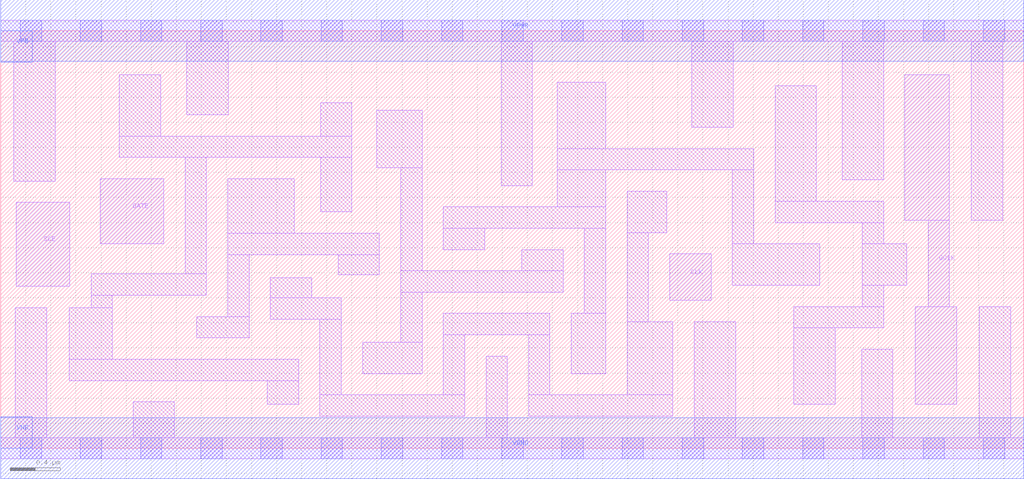
<source format=lef>
# Copyright 2020 The SkyWater PDK Authors
#
# Licensed under the Apache License, Version 2.0 (the "License");
# you may not use this file except in compliance with the License.
# You may obtain a copy of the License at
#
#     https://www.apache.org/licenses/LICENSE-2.0
#
# Unless required by applicable law or agreed to in writing, software
# distributed under the License is distributed on an "AS IS" BASIS,
# WITHOUT WARRANTIES OR CONDITIONS OF ANY KIND, either express or implied.
# See the License for the specific language governing permissions and
# limitations under the License.
#
# SPDX-License-Identifier: Apache-2.0

VERSION 5.5 ;
NAMESCASESENSITIVE ON ;
BUSBITCHARS "[]" ;
DIVIDERCHAR "/" ;
MACRO sky130_fd_sc_hs__sdlclkp_2
  CLASS CORE ;
  SOURCE USER ;
  ORIGIN  0.000000  0.000000 ;
  SIZE  8.160000 BY  3.330000 ;
  SYMMETRY X Y ;
  SITE unit ;
  PIN GATE
    ANTENNAGATEAREA  0.208000 ;
    DIRECTION INPUT ;
    USE SIGNAL ;
    PORT
      LAYER li1 ;
        RECT 0.795000 1.630000 1.300000 2.150000 ;
    END
  END GATE
  PIN GCLK
    ANTENNADIFFAREA  0.543200 ;
    DIRECTION OUTPUT ;
    USE SIGNAL ;
    PORT
      LAYER li1 ;
        RECT 7.210000 1.820000 7.565000 2.980000 ;
        RECT 7.295000 0.350000 7.625000 1.130000 ;
        RECT 7.395000 1.130000 7.565000 1.820000 ;
    END
  END GCLK
  PIN SCE
    ANTENNAGATEAREA  0.208000 ;
    DIRECTION INPUT ;
    USE SIGNAL ;
    PORT
      LAYER li1 ;
        RECT 0.125000 1.290000 0.550000 1.960000 ;
    END
  END SCE
  PIN CLK
    ANTENNAGATEAREA  0.498000 ;
    DIRECTION INPUT ;
    USE CLOCK ;
    PORT
      LAYER li1 ;
        RECT 5.335000 1.180000 5.665000 1.550000 ;
    END
  END CLK
  PIN VGND
    DIRECTION INOUT ;
    USE GROUND ;
    PORT
      LAYER met1 ;
        RECT 0.000000 -0.245000 8.160000 0.245000 ;
    END
  END VGND
  PIN VNB
    DIRECTION INOUT ;
    USE GROUND ;
    PORT
    END
  END VNB
  PIN VPB
    DIRECTION INOUT ;
    USE POWER ;
    PORT
    END
  END VPB
  PIN VNB
    DIRECTION INOUT ;
    USE GROUND ;
    PORT
      LAYER met1 ;
        RECT 0.000000 0.000000 0.250000 0.250000 ;
    END
  END VNB
  PIN VPB
    DIRECTION INOUT ;
    USE POWER ;
    PORT
      LAYER met1 ;
        RECT 0.000000 3.080000 0.250000 3.330000 ;
    END
  END VPB
  PIN VPWR
    DIRECTION INOUT ;
    USE POWER ;
    PORT
      LAYER met1 ;
        RECT 0.000000 3.085000 8.160000 3.575000 ;
    END
  END VPWR
  OBS
    LAYER li1 ;
      RECT 0.000000 -0.085000 8.160000 0.085000 ;
      RECT 0.000000  3.245000 8.160000 3.415000 ;
      RECT 0.105000  2.130000 0.435000 3.245000 ;
      RECT 0.115000  0.085000 0.365000 1.120000 ;
      RECT 0.545000  0.540000 2.375000 0.710000 ;
      RECT 0.545000  0.710000 0.890000 1.120000 ;
      RECT 0.720000  1.120000 0.890000 1.220000 ;
      RECT 0.720000  1.220000 1.640000 1.390000 ;
      RECT 0.945000  2.320000 2.800000 2.490000 ;
      RECT 0.945000  2.490000 1.275000 2.980000 ;
      RECT 1.055000  0.085000 1.385000 0.370000 ;
      RECT 1.470000  1.390000 1.640000 2.320000 ;
      RECT 1.485000  2.660000 1.815000 3.245000 ;
      RECT 1.565000  0.880000 1.980000 1.050000 ;
      RECT 1.810000  1.050000 1.980000 1.545000 ;
      RECT 1.810000  1.545000 3.020000 1.715000 ;
      RECT 1.810000  1.715000 2.340000 2.150000 ;
      RECT 2.125000  0.350000 2.375000 0.540000 ;
      RECT 2.150000  1.030000 2.715000 1.200000 ;
      RECT 2.150000  1.200000 2.480000 1.360000 ;
      RECT 2.545000  0.255000 3.700000 0.425000 ;
      RECT 2.545000  0.425000 2.715000 1.030000 ;
      RECT 2.550000  1.885000 2.800000 2.320000 ;
      RECT 2.550000  2.490000 2.800000 2.755000 ;
      RECT 2.690000  1.385000 3.020000 1.545000 ;
      RECT 2.885000  0.595000 3.360000 0.845000 ;
      RECT 3.000000  2.235000 3.360000 2.695000 ;
      RECT 3.190000  0.845000 3.360000 1.245000 ;
      RECT 3.190000  1.245000 4.485000 1.415000 ;
      RECT 3.190000  1.415000 3.360000 2.235000 ;
      RECT 3.530000  0.425000 3.700000 0.905000 ;
      RECT 3.530000  0.905000 4.380000 1.075000 ;
      RECT 3.530000  1.585000 3.860000 1.755000 ;
      RECT 3.530000  1.755000 4.825000 1.925000 ;
      RECT 3.870000  0.085000 4.040000 0.735000 ;
      RECT 3.990000  2.095000 4.240000 3.245000 ;
      RECT 4.155000  1.415000 4.485000 1.585000 ;
      RECT 4.210000  0.255000 5.360000 0.425000 ;
      RECT 4.210000  0.425000 4.380000 0.905000 ;
      RECT 4.440000  1.925000 4.825000 2.220000 ;
      RECT 4.440000  2.220000 6.005000 2.390000 ;
      RECT 4.440000  2.390000 4.825000 2.920000 ;
      RECT 4.550000  0.595000 4.825000 1.075000 ;
      RECT 4.655000  1.075000 4.825000 1.755000 ;
      RECT 4.995000  0.425000 5.360000 1.010000 ;
      RECT 4.995000  1.010000 5.165000 1.720000 ;
      RECT 4.995000  1.720000 5.310000 2.050000 ;
      RECT 5.510000  2.560000 5.840000 3.245000 ;
      RECT 5.530000  0.085000 5.860000 1.010000 ;
      RECT 5.835000  1.300000 6.530000 1.630000 ;
      RECT 5.835000  1.630000 6.005000 2.220000 ;
      RECT 6.175000  1.800000 7.040000 1.970000 ;
      RECT 6.175000  1.970000 6.505000 2.890000 ;
      RECT 6.325000  0.350000 6.655000 0.960000 ;
      RECT 6.325000  0.960000 7.040000 1.130000 ;
      RECT 6.710000  2.140000 7.040000 3.245000 ;
      RECT 6.865000  0.085000 7.115000 0.790000 ;
      RECT 6.870000  1.130000 7.040000 1.300000 ;
      RECT 6.870000  1.300000 7.225000 1.630000 ;
      RECT 6.870000  1.630000 7.040000 1.800000 ;
      RECT 7.740000  1.820000 7.990000 3.245000 ;
      RECT 7.805000  0.085000 8.055000 1.130000 ;
    LAYER mcon ;
      RECT 0.155000 -0.085000 0.325000 0.085000 ;
      RECT 0.155000  3.245000 0.325000 3.415000 ;
      RECT 0.635000 -0.085000 0.805000 0.085000 ;
      RECT 0.635000  3.245000 0.805000 3.415000 ;
      RECT 1.115000 -0.085000 1.285000 0.085000 ;
      RECT 1.115000  3.245000 1.285000 3.415000 ;
      RECT 1.595000 -0.085000 1.765000 0.085000 ;
      RECT 1.595000  3.245000 1.765000 3.415000 ;
      RECT 2.075000 -0.085000 2.245000 0.085000 ;
      RECT 2.075000  3.245000 2.245000 3.415000 ;
      RECT 2.555000 -0.085000 2.725000 0.085000 ;
      RECT 2.555000  3.245000 2.725000 3.415000 ;
      RECT 3.035000 -0.085000 3.205000 0.085000 ;
      RECT 3.035000  3.245000 3.205000 3.415000 ;
      RECT 3.515000 -0.085000 3.685000 0.085000 ;
      RECT 3.515000  3.245000 3.685000 3.415000 ;
      RECT 3.995000 -0.085000 4.165000 0.085000 ;
      RECT 3.995000  3.245000 4.165000 3.415000 ;
      RECT 4.475000 -0.085000 4.645000 0.085000 ;
      RECT 4.475000  3.245000 4.645000 3.415000 ;
      RECT 4.955000 -0.085000 5.125000 0.085000 ;
      RECT 4.955000  3.245000 5.125000 3.415000 ;
      RECT 5.435000 -0.085000 5.605000 0.085000 ;
      RECT 5.435000  3.245000 5.605000 3.415000 ;
      RECT 5.915000 -0.085000 6.085000 0.085000 ;
      RECT 5.915000  3.245000 6.085000 3.415000 ;
      RECT 6.395000 -0.085000 6.565000 0.085000 ;
      RECT 6.395000  3.245000 6.565000 3.415000 ;
      RECT 6.875000 -0.085000 7.045000 0.085000 ;
      RECT 6.875000  3.245000 7.045000 3.415000 ;
      RECT 7.355000 -0.085000 7.525000 0.085000 ;
      RECT 7.355000  3.245000 7.525000 3.415000 ;
      RECT 7.835000 -0.085000 8.005000 0.085000 ;
      RECT 7.835000  3.245000 8.005000 3.415000 ;
  END
END sky130_fd_sc_hs__sdlclkp_2
END LIBRARY

</source>
